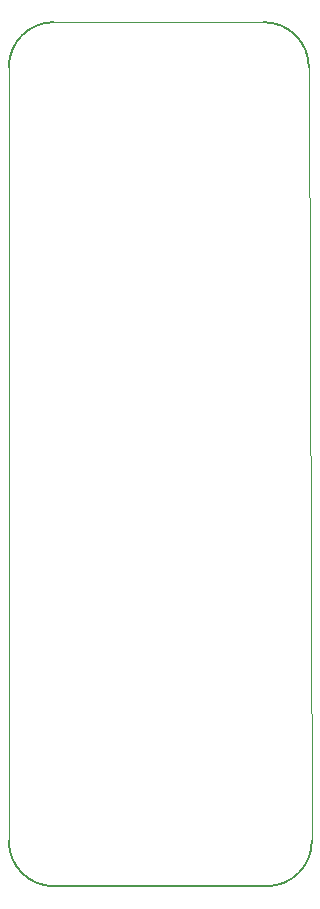
<source format=gbr>
%TF.GenerationSoftware,KiCad,Pcbnew,8.0.1*%
%TF.CreationDate,2024-05-05T17:00:51-04:00*%
%TF.ProjectId,picoboard,7069636f-626f-4617-9264-2e6b69636164,rev?*%
%TF.SameCoordinates,Original*%
%TF.FileFunction,Profile,NP*%
%FSLAX46Y46*%
G04 Gerber Fmt 4.6, Leading zero omitted, Abs format (unit mm)*
G04 Created by KiCad (PCBNEW 8.0.1) date 2024-05-05 17:00:51*
%MOMM*%
%LPD*%
G01*
G04 APERTURE LIST*
%TA.AperFunction,Profile*%
%ADD10C,0.050000*%
%TD*%
%TA.AperFunction,Profile*%
%ADD11C,0.200000*%
%TD*%
G04 APERTURE END LIST*
D10*
X99822000Y-46228000D02*
X117602000Y-46228000D01*
X96012000Y-115570000D02*
X96012000Y-50038000D01*
X121412000Y-50038000D02*
X121666000Y-115570000D01*
D11*
X117856000Y-119380000D02*
X99822000Y-119380000D01*
X121666000Y-115570000D02*
G75*
G02*
X117856000Y-119380000I-3810000J0D01*
G01*
X99822000Y-119380000D02*
G75*
G02*
X96012000Y-115570000I0J3810000D01*
G01*
X117602000Y-46228000D02*
G75*
G02*
X121412000Y-50038000I0J-3810000D01*
G01*
X96012000Y-50038000D02*
G75*
G02*
X99822000Y-46228000I3810000J0D01*
G01*
M02*

</source>
